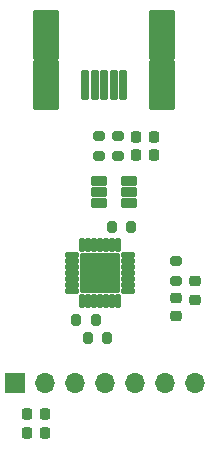
<source format=gbr>
%TF.GenerationSoftware,KiCad,Pcbnew,8.0.9-8.0.9-0~ubuntu24.04.1*%
%TF.CreationDate,2025-06-01T20:42:16+03:00*%
%TF.ProjectId,Telemetry,54656c65-6d65-4747-9279-2e6b69636164,rev?*%
%TF.SameCoordinates,Original*%
%TF.FileFunction,Soldermask,Top*%
%TF.FilePolarity,Negative*%
%FSLAX46Y46*%
G04 Gerber Fmt 4.6, Leading zero omitted, Abs format (unit mm)*
G04 Created by KiCad (PCBNEW 8.0.9-8.0.9-0~ubuntu24.04.1) date 2025-06-01 20:42:16*
%MOMM*%
%LPD*%
G01*
G04 APERTURE LIST*
G04 Aperture macros list*
%AMRoundRect*
0 Rectangle with rounded corners*
0 $1 Rounding radius*
0 $2 $3 $4 $5 $6 $7 $8 $9 X,Y pos of 4 corners*
0 Add a 4 corners polygon primitive as box body*
4,1,4,$2,$3,$4,$5,$6,$7,$8,$9,$2,$3,0*
0 Add four circle primitives for the rounded corners*
1,1,$1+$1,$2,$3*
1,1,$1+$1,$4,$5*
1,1,$1+$1,$6,$7*
1,1,$1+$1,$8,$9*
0 Add four rect primitives between the rounded corners*
20,1,$1+$1,$2,$3,$4,$5,0*
20,1,$1+$1,$4,$5,$6,$7,0*
20,1,$1+$1,$6,$7,$8,$9,0*
20,1,$1+$1,$8,$9,$2,$3,0*%
G04 Aperture macros list end*
%ADD10RoundRect,0.225000X-0.225000X-0.250000X0.225000X-0.250000X0.225000X0.250000X-0.225000X0.250000X0*%
%ADD11RoundRect,0.058000X0.529000X0.174000X-0.529000X0.174000X-0.529000X-0.174000X0.529000X-0.174000X0*%
%ADD12RoundRect,0.058000X0.174000X0.529000X-0.174000X0.529000X-0.174000X-0.529000X0.174000X-0.529000X0*%
%ADD13RoundRect,0.102000X1.575000X1.575000X-1.575000X1.575000X-1.575000X-1.575000X1.575000X-1.575000X0*%
%ADD14RoundRect,0.200000X-0.200000X-0.275000X0.200000X-0.275000X0.200000X0.275000X-0.200000X0.275000X0*%
%ADD15RoundRect,0.102000X0.254000X1.130300X-0.254000X1.130300X-0.254000X-1.130300X0.254000X-1.130300X0*%
%ADD16RoundRect,0.102000X1.028700X1.993900X-1.028700X1.993900X-1.028700X-1.993900X1.028700X-1.993900X0*%
%ADD17RoundRect,0.200000X-0.275000X0.200000X-0.275000X-0.200000X0.275000X-0.200000X0.275000X0.200000X0*%
%ADD18RoundRect,0.200000X0.200000X0.275000X-0.200000X0.275000X-0.200000X-0.275000X0.200000X-0.275000X0*%
%ADD19RoundRect,0.200000X0.275000X-0.200000X0.275000X0.200000X-0.275000X0.200000X-0.275000X-0.200000X0*%
%ADD20RoundRect,0.225000X-0.250000X0.225000X-0.250000X-0.225000X0.250000X-0.225000X0.250000X0.225000X0*%
%ADD21R,1.700000X1.700000*%
%ADD22O,1.700000X1.700000*%
%ADD23RoundRect,0.218750X0.256250X-0.218750X0.256250X0.218750X-0.256250X0.218750X-0.256250X-0.218750X0*%
%ADD24RoundRect,0.099250X-0.607750X-0.297750X0.607750X-0.297750X0.607750X0.297750X-0.607750X0.297750X0*%
G04 APERTURE END LIST*
D10*
%TO.C,C5*%
X113310000Y-91770000D03*
X114860000Y-91770000D03*
%TD*%
%TO.C,C4*%
X113310000Y-90210000D03*
X114860000Y-90210000D03*
%TD*%
D11*
%TO.C,U2*%
X121900000Y-79750000D03*
X121900000Y-79250000D03*
X121900000Y-78750000D03*
X121900000Y-78250000D03*
X121900000Y-77750000D03*
X121900000Y-77250000D03*
X121900000Y-76750000D03*
D12*
X121030000Y-75880000D03*
X120530000Y-75880000D03*
X120030000Y-75880000D03*
X119530000Y-75880000D03*
X119030000Y-75880000D03*
X118530000Y-75880000D03*
X118030000Y-75880000D03*
D11*
X117160000Y-76750000D03*
X117160000Y-77250000D03*
X117160000Y-77750000D03*
X117160000Y-78250000D03*
X117160000Y-78750000D03*
X117160000Y-79250000D03*
X117160000Y-79750000D03*
D12*
X118030000Y-80620000D03*
X118530000Y-80620000D03*
X119030000Y-80620000D03*
X119530000Y-80620000D03*
X120030000Y-80620000D03*
X120530000Y-80620000D03*
X121030000Y-80620000D03*
D13*
X119530000Y-78250000D03*
%TD*%
D10*
%TO.C,C1*%
X122545000Y-66750000D03*
X124095000Y-66750000D03*
%TD*%
D14*
%TO.C,R5*%
X118495000Y-83750000D03*
X120145000Y-83750000D03*
%TD*%
D15*
%TO.C,J1*%
X121470000Y-62320800D03*
X120670000Y-62320800D03*
X119870000Y-62320800D03*
X119070000Y-62320800D03*
X118270000Y-62320800D03*
D16*
X124795000Y-62295800D03*
X114945000Y-62295800D03*
X124795000Y-58095800D03*
X114945000Y-58095800D03*
%TD*%
D17*
%TO.C,R2*%
X119470000Y-66675000D03*
X119470000Y-68325000D03*
%TD*%
D18*
%TO.C,R3*%
X122170000Y-74350000D03*
X120520000Y-74350000D03*
%TD*%
D19*
%TO.C,R1*%
X121020000Y-68325000D03*
X121020000Y-66675000D03*
%TD*%
D20*
%TO.C,C3*%
X127570000Y-78950000D03*
X127570000Y-80500000D03*
%TD*%
D10*
%TO.C,C2*%
X122545000Y-68300000D03*
X124095000Y-68300000D03*
%TD*%
D21*
%TO.C,J2*%
X112330000Y-87560000D03*
D22*
X114870000Y-87560000D03*
X117410000Y-87560000D03*
X119950000Y-87560000D03*
X122490000Y-87560000D03*
X125030000Y-87560000D03*
X127570000Y-87560000D03*
%TD*%
D14*
%TO.C,R6*%
X117495000Y-82200000D03*
X119145000Y-82200000D03*
%TD*%
D23*
%TO.C,D1*%
X125970000Y-81900000D03*
X125970000Y-80325000D03*
%TD*%
D17*
%TO.C,R4*%
X125970000Y-77250000D03*
X125970000Y-78900000D03*
%TD*%
D24*
%TO.C,U1*%
X119465000Y-70450000D03*
X119465000Y-71400000D03*
X119465000Y-72350000D03*
X121975000Y-72350000D03*
X121975000Y-71400000D03*
X121975000Y-70450000D03*
%TD*%
M02*

</source>
